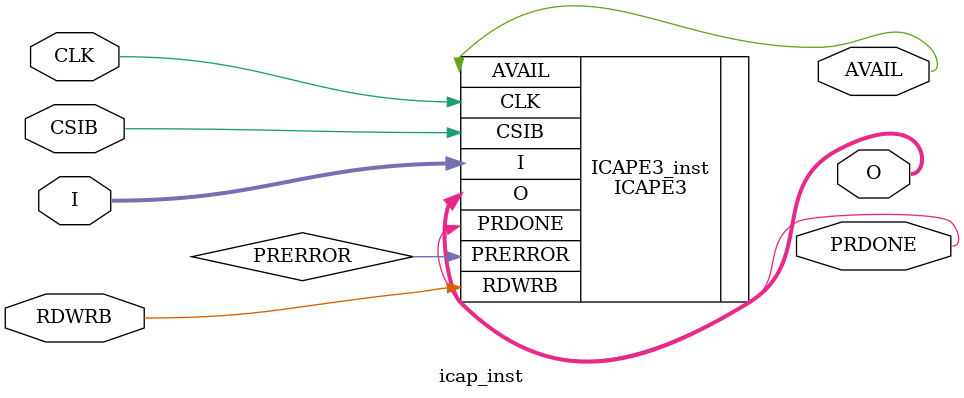
<source format=v>

module icap_inst(
  output wire AVAIL,
  output wire [31 :0] O,
  output wire PRDONE,
  input wire CLK,
  input wire CSIB,
  input wire [31 : 0] I,
  input wire RDWRB	
);

   ICAPE3 #(
      .DEVICE_ID(32'h03628093),     // Specifies the pre-programmed Device ID value to be used for simulation
                                    // purposes.
      .ICAP_AUTO_SWITCH("DISABLE"), // Enable switch ICAP using sync word.
      .SIM_CFG_FILE_NAME("NONE")    // Specifies the Raw Bitstream (RBT) file to be parsed by the simulation
                                    // model.
   )
   ICAPE3_inst (
      .AVAIL(AVAIL),     // 1-bit output: Availability status of ICAP.
      .O(O),             // 32-bit output: Configuration data output bus.
      .PRDONE(PRDONE),   // 1-bit output: Indicates completion of Partial Reconfiguration.
      .PRERROR(PRERROR), // 1-bit output: Indicates error during Partial Reconfiguration.
      .CLK(CLK),         // 1-bit input: Clock input.
      .CSIB(CSIB),       // 1-bit input: Active-Low ICAP enable.
      .I(I),             // 32-bit input: Configuration data input bus.
      .RDWRB(RDWRB)      // 1-bit input: Read/Write Select input.
   );

endmodule

</source>
